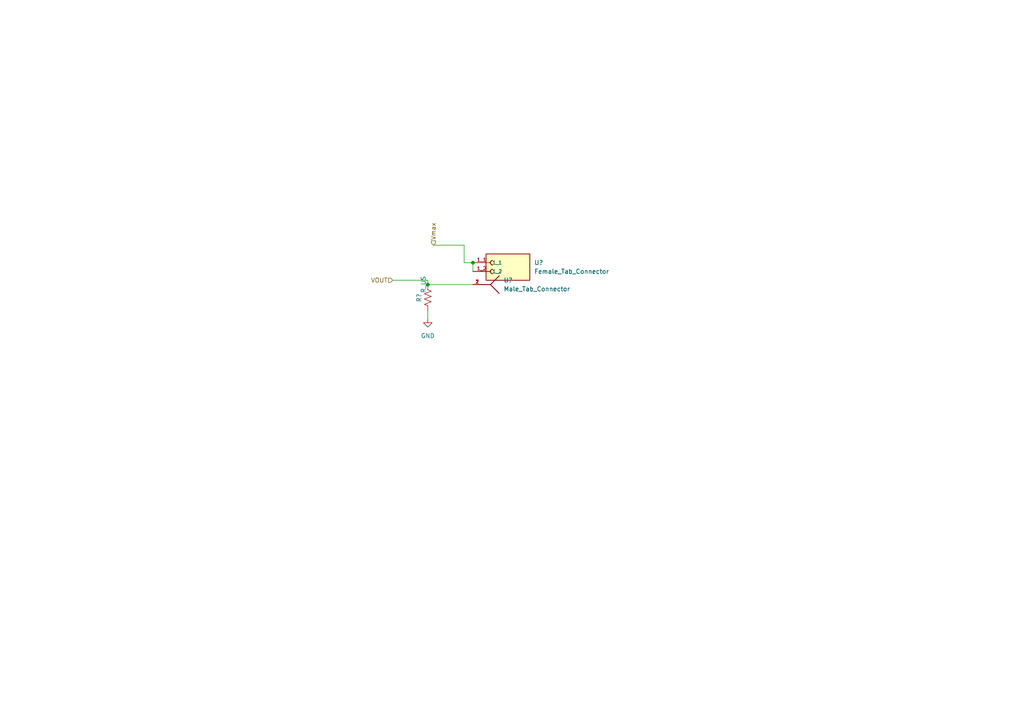
<source format=kicad_sch>
(kicad_sch
	(version 20250114)
	(generator "eeschema")
	(generator_version "9.0")
	(uuid "fdde524f-6ee1-4908-839a-fb6bfecdb38e")
	(paper "A4")
	(lib_symbols
		(symbol "Device:R_US"
			(pin_numbers
				(hide yes)
			)
			(pin_names
				(offset 0)
			)
			(exclude_from_sim no)
			(in_bom yes)
			(on_board yes)
			(property "Reference" "R"
				(at 2.54 0 90)
				(effects
					(font
						(size 1.27 1.27)
					)
				)
			)
			(property "Value" "R_US"
				(at -2.54 0 90)
				(effects
					(font
						(size 1.27 1.27)
					)
				)
			)
			(property "Footprint" ""
				(at 1.016 -0.254 90)
				(effects
					(font
						(size 1.27 1.27)
					)
					(hide yes)
				)
			)
			(property "Datasheet" "~"
				(at 0 0 0)
				(effects
					(font
						(size 1.27 1.27)
					)
					(hide yes)
				)
			)
			(property "Description" "Resistor, US symbol"
				(at 0 0 0)
				(effects
					(font
						(size 1.27 1.27)
					)
					(hide yes)
				)
			)
			(property "ki_keywords" "R res resistor"
				(at 0 0 0)
				(effects
					(font
						(size 1.27 1.27)
					)
					(hide yes)
				)
			)
			(property "ki_fp_filters" "R_*"
				(at 0 0 0)
				(effects
					(font
						(size 1.27 1.27)
					)
					(hide yes)
				)
			)
			(symbol "R_US_0_1"
				(polyline
					(pts
						(xy 0 2.286) (xy 0 2.54)
					)
					(stroke
						(width 0)
						(type default)
					)
					(fill
						(type none)
					)
				)
				(polyline
					(pts
						(xy 0 2.286) (xy 1.016 1.905) (xy 0 1.524) (xy -1.016 1.143) (xy 0 0.762)
					)
					(stroke
						(width 0)
						(type default)
					)
					(fill
						(type none)
					)
				)
				(polyline
					(pts
						(xy 0 0.762) (xy 1.016 0.381) (xy 0 0) (xy -1.016 -0.381) (xy 0 -0.762)
					)
					(stroke
						(width 0)
						(type default)
					)
					(fill
						(type none)
					)
				)
				(polyline
					(pts
						(xy 0 -0.762) (xy 1.016 -1.143) (xy 0 -1.524) (xy -1.016 -1.905) (xy 0 -2.286)
					)
					(stroke
						(width 0)
						(type default)
					)
					(fill
						(type none)
					)
				)
				(polyline
					(pts
						(xy 0 -2.286) (xy 0 -2.54)
					)
					(stroke
						(width 0)
						(type default)
					)
					(fill
						(type none)
					)
				)
			)
			(symbol "R_US_1_1"
				(pin passive line
					(at 0 3.81 270)
					(length 1.27)
					(name "~"
						(effects
							(font
								(size 1.27 1.27)
							)
						)
					)
					(number "1"
						(effects
							(font
								(size 1.27 1.27)
							)
						)
					)
				)
				(pin passive line
					(at 0 -3.81 90)
					(length 1.27)
					(name "~"
						(effects
							(font
								(size 1.27 1.27)
							)
						)
					)
					(number "2"
						(effects
							(font
								(size 1.27 1.27)
							)
						)
					)
				)
			)
			(embedded_fonts no)
		)
		(symbol "Launchbox:Female_Tab_Connector"
			(exclude_from_sim no)
			(in_bom yes)
			(on_board yes)
			(property "Reference" "U"
				(at 0 0 0)
				(effects
					(font
						(size 1.27 1.27)
					)
				)
			)
			(property "Value" "Female_Tab_Connector"
				(at 0 0 0)
				(effects
					(font
						(size 1.27 1.27)
					)
				)
			)
			(property "Footprint" ""
				(at 0 0 0)
				(effects
					(font
						(size 1.27 1.27)
					)
					(hide yes)
				)
			)
			(property "Datasheet" ""
				(at 0 0 0)
				(effects
					(font
						(size 1.27 1.27)
					)
					(hide yes)
				)
			)
			(property "Description" ""
				(at 0 0 0)
				(effects
					(font
						(size 1.27 1.27)
					)
					(hide yes)
				)
			)
			(symbol "Female_Tab_Connector_0_0"
				(rectangle
					(start -1.27 -10.16)
					(end 11.43 -2.54)
					(stroke
						(width 0.254)
						(type default)
					)
					(fill
						(type background)
					)
				)
				(arc
					(start 0.635 -5.715)
					(mid 0.0027 -5.08)
					(end 0.635 -4.445)
					(stroke
						(width 0.254)
						(type default)
					)
					(fill
						(type none)
					)
				)
				(arc
					(start 0.635 -8.255)
					(mid 0.0027 -7.62)
					(end 0.635 -6.985)
					(stroke
						(width 0.254)
						(type default)
					)
					(fill
						(type none)
					)
				)
				(pin passive line
					(at -5.08 -5.08 0)
					(length 5.08)
					(name "1_1"
						(effects
							(font
								(size 1.016 1.016)
							)
						)
					)
					(number "1_1"
						(effects
							(font
								(size 1.016 1.016)
							)
						)
					)
				)
				(pin passive line
					(at -5.08 -7.62 0)
					(length 5.08)
					(name "1_2"
						(effects
							(font
								(size 1.016 1.016)
							)
						)
					)
					(number "1_2"
						(effects
							(font
								(size 1.016 1.016)
							)
						)
					)
				)
			)
			(embedded_fonts no)
		)
		(symbol "Launchbox:Male_Tab_Connector"
			(exclude_from_sim no)
			(in_bom yes)
			(on_board yes)
			(property "Reference" "U"
				(at 0 0 0)
				(effects
					(font
						(size 1.27 1.27)
					)
				)
			)
			(property "Value" "Male_Tab_Connector"
				(at 0 0 0)
				(effects
					(font
						(size 1.27 1.27)
					)
				)
			)
			(property "Footprint" ""
				(at 0 0 0)
				(effects
					(font
						(size 1.27 1.27)
					)
					(hide yes)
				)
			)
			(property "Datasheet" ""
				(at 0 0 0)
				(effects
					(font
						(size 1.27 1.27)
					)
					(hide yes)
				)
			)
			(property "Description" ""
				(at 0 0 0)
				(effects
					(font
						(size 1.27 1.27)
					)
					(hide yes)
				)
			)
			(symbol "Male_Tab_Connector_0_0"
				(polyline
					(pts
						(xy -1.27 -2.54) (xy -3.81 0)
					)
					(stroke
						(width 0.254)
						(type default)
					)
					(fill
						(type none)
					)
				)
				(polyline
					(pts
						(xy -1.27 -2.54) (xy -3.81 -5.08)
					)
					(stroke
						(width 0.254)
						(type default)
					)
					(fill
						(type none)
					)
				)
				(polyline
					(pts
						(xy 1.27 -2.54) (xy -1.27 -2.54)
					)
					(stroke
						(width 0.254)
						(type default)
					)
					(fill
						(type none)
					)
				)
				(pin passive line
					(at 3.81 -2.54 180)
					(length 2.54)
					(name "~"
						(effects
							(font
								(size 1.016 1.016)
							)
						)
					)
					(number "1"
						(effects
							(font
								(size 1.016 1.016)
							)
						)
					)
				)
				(pin passive line
					(at 3.81 -2.54 180)
					(length 2.54)
					(name "~"
						(effects
							(font
								(size 1.016 1.016)
							)
						)
					)
					(number "2"
						(effects
							(font
								(size 1.016 1.016)
							)
						)
					)
				)
			)
			(embedded_fonts no)
		)
		(symbol "power:GND"
			(power)
			(pin_names
				(offset 0)
			)
			(exclude_from_sim no)
			(in_bom yes)
			(on_board yes)
			(property "Reference" "#PWR"
				(at 0 -6.35 0)
				(effects
					(font
						(size 1.27 1.27)
					)
					(hide yes)
				)
			)
			(property "Value" "GND"
				(at 0 -3.81 0)
				(effects
					(font
						(size 1.27 1.27)
					)
				)
			)
			(property "Footprint" ""
				(at 0 0 0)
				(effects
					(font
						(size 1.27 1.27)
					)
					(hide yes)
				)
			)
			(property "Datasheet" ""
				(at 0 0 0)
				(effects
					(font
						(size 1.27 1.27)
					)
					(hide yes)
				)
			)
			(property "Description" "Power symbol creates a global label with name \"GND\" , ground"
				(at 0 0 0)
				(effects
					(font
						(size 1.27 1.27)
					)
					(hide yes)
				)
			)
			(property "ki_keywords" "power-flag"
				(at 0 0 0)
				(effects
					(font
						(size 1.27 1.27)
					)
					(hide yes)
				)
			)
			(symbol "GND_0_1"
				(polyline
					(pts
						(xy 0 0) (xy 0 -1.27) (xy 1.27 -1.27) (xy 0 -2.54) (xy -1.27 -1.27) (xy 0 -1.27)
					)
					(stroke
						(width 0)
						(type default)
					)
					(fill
						(type none)
					)
				)
			)
			(symbol "GND_1_1"
				(pin power_in line
					(at 0 0 270)
					(length 0)
					(hide yes)
					(name "GND"
						(effects
							(font
								(size 1.27 1.27)
							)
						)
					)
					(number "1"
						(effects
							(font
								(size 1.27 1.27)
							)
						)
					)
				)
			)
			(embedded_fonts no)
		)
	)
	(junction
		(at 124.079 82.55)
		(diameter 0)
		(color 0 0 0 0)
		(uuid "92f054b5-11db-4795-874c-ee7d51eef838")
	)
	(junction
		(at 137.16 76.2)
		(diameter 0)
		(color 0 0 0 0)
		(uuid "f38e8d0a-12b3-48eb-95f3-f1f8a4325ff9")
	)
	(wire
		(pts
			(xy 124.079 82.55) (xy 137.16 82.55)
		)
		(stroke
			(width 0)
			(type default)
		)
		(uuid "57db95f6-ac2d-44cf-a7f0-178e0f4e4971")
	)
	(wire
		(pts
			(xy 113.919 81.28) (xy 124.079 81.28)
		)
		(stroke
			(width 0)
			(type default)
		)
		(uuid "5a5e12c1-9b8e-4895-b251-403c1eb19c78")
	)
	(wire
		(pts
			(xy 125.73 71.12) (xy 134.62 71.12)
		)
		(stroke
			(width 0)
			(type default)
		)
		(uuid "744ebebf-56f4-477b-86a6-457c3f5a23ee")
	)
	(wire
		(pts
			(xy 124.079 81.28) (xy 124.079 82.55)
		)
		(stroke
			(width 0)
			(type default)
		)
		(uuid "7841c6eb-9197-4ca9-91ad-424441012d7b")
	)
	(wire
		(pts
			(xy 134.62 76.2) (xy 137.16 76.2)
		)
		(stroke
			(width 0)
			(type default)
		)
		(uuid "a4eceb1a-04a1-4b07-96c5-822fb51444b9")
	)
	(wire
		(pts
			(xy 134.62 71.12) (xy 134.62 76.2)
		)
		(stroke
			(width 0)
			(type default)
		)
		(uuid "de759948-161e-4bbe-93f4-670a576de500")
	)
	(wire
		(pts
			(xy 124.079 90.17) (xy 124.079 92.329)
		)
		(stroke
			(width 0)
			(type default)
		)
		(uuid "e41ff8fa-c2f3-4364-8fd7-8cd84d349e56")
	)
	(wire
		(pts
			(xy 137.16 76.2) (xy 137.16 78.74)
		)
		(stroke
			(width 0)
			(type default)
		)
		(uuid "fb3a9960-6f69-45f4-9a7d-c1fcdaa3a38f")
	)
	(hierarchical_label "VOUT"
		(shape input)
		(at 113.919 81.28 180)
		(effects
			(font
				(size 1.27 1.27)
			)
			(justify right)
		)
		(uuid "c0cec5d0-e16e-4429-a9c9-c2547710fe88")
	)
	(hierarchical_label "Vmax"
		(shape input)
		(at 125.73 71.12 90)
		(effects
			(font
				(size 1.27 1.27)
			)
			(justify left)
		)
		(uuid "d3708d75-26ce-4fda-98a1-ab8b18794e63")
	)
	(symbol
		(lib_id "power:GND")
		(at 124.079 92.329 0)
		(unit 1)
		(exclude_from_sim no)
		(in_bom yes)
		(on_board yes)
		(dnp no)
		(fields_autoplaced yes)
		(uuid "8bdea5f6-7a53-427a-92b8-fd15994c2e8c")
		(property "Reference" "#PWR0121"
			(at 124.079 98.679 0)
			(effects
				(font
					(size 1.27 1.27)
				)
				(hide yes)
			)
		)
		(property "Value" "GND"
			(at 124.079 97.409 0)
			(effects
				(font
					(size 1.27 1.27)
				)
			)
		)
		(property "Footprint" ""
			(at 124.079 92.329 0)
			(effects
				(font
					(size 1.27 1.27)
				)
				(hide yes)
			)
		)
		(property "Datasheet" ""
			(at 124.079 92.329 0)
			(effects
				(font
					(size 1.27 1.27)
				)
				(hide yes)
			)
		)
		(property "Description" ""
			(at 124.079 92.329 0)
			(effects
				(font
					(size 1.27 1.27)
				)
				(hide yes)
			)
		)
		(pin "1"
			(uuid "3c9169cc-3a77-4ae0-8afc-cbfc472a28c5")
		)
		(instances
			(project "sensorpcb"
				(path "/e63e39d7-6ac0-4ffd-8aa3-1841a4541b55/3861aa3e-c725-4b31-adb7-37891f22ccdf"
					(reference "#PWR0126")
					(unit 1)
				)
				(path "/e63e39d7-6ac0-4ffd-8aa3-1841a4541b55/41809abc-6d7a-4c92-abde-c032d6e957eb"
					(reference "#PWR0121")
					(unit 1)
				)
				(path "/e63e39d7-6ac0-4ffd-8aa3-1841a4541b55/851bef22-e22d-4b87-8c4b-c7ab4e8f6f86"
					(reference "#PWR0123")
					(unit 1)
				)
				(path "/e63e39d7-6ac0-4ffd-8aa3-1841a4541b55/b9895349-50b8-4f5a-9038-e8a8030ad764"
					(reference "#PWR0122")
					(unit 1)
				)
				(path "/e63e39d7-6ac0-4ffd-8aa3-1841a4541b55/e15e0576-f0b7-43a1-9616-23f68991e336"
					(reference "#PWR0125")
					(unit 1)
				)
				(path "/e63e39d7-6ac0-4ffd-8aa3-1841a4541b55/f90f1b41-a2a1-4893-9d20-259bcd5e602e"
					(reference "#PWR0124")
					(unit 1)
				)
			)
			(project "pt-subasm"
				(path "/fdde524f-6ee1-4908-839a-fb6bfecdb38e"
					(reference "#PWR?")
					(unit 1)
				)
			)
		)
	)
	(symbol
		(lib_id "Device:R_US")
		(at 124.079 86.36 180)
		(unit 1)
		(exclude_from_sim no)
		(in_bom yes)
		(on_board yes)
		(dnp no)
		(uuid "c7d0284b-26f3-46a0-a20a-63616420e27a")
		(property "Reference" "R1"
			(at 121.539 85.09 90)
			(effects
				(font
					(size 1.27 1.27)
				)
				(justify left)
			)
		)
		(property "Value" "R_US"
			(at 122.809 80.01 90)
			(effects
				(font
					(size 1.27 1.27)
				)
				(justify left)
			)
		)
		(property "Footprint" "Resistor_THT:R_Axial_DIN0309_L9.0mm_D3.2mm_P12.70mm_Horizontal"
			(at 123.063 86.106 90)
			(effects
				(font
					(size 1.27 1.27)
				)
				(hide yes)
			)
		)
		(property "Datasheet" "~"
			(at 124.079 86.36 0)
			(effects
				(font
					(size 1.27 1.27)
				)
				(hide yes)
			)
		)
		(property "Description" ""
			(at 124.079 86.36 0)
			(effects
				(font
					(size 1.27 1.27)
				)
				(hide yes)
			)
		)
		(property "LCSC" "C70775"
			(at 124.079 86.36 90)
			(effects
				(font
					(size 1.27 1.27)
				)
				(hide yes)
			)
		)
		(pin "1"
			(uuid "0914afec-b28e-4607-a61c-87317a658cd3")
		)
		(pin "2"
			(uuid "7764b1a7-b9be-4d0c-ae2b-ec64c2b9ca7c")
		)
		(instances
			(project "sensorpcb"
				(path "/e63e39d7-6ac0-4ffd-8aa3-1841a4541b55/3861aa3e-c725-4b31-adb7-37891f22ccdf"
					(reference "R7")
					(unit 1)
				)
				(path "/e63e39d7-6ac0-4ffd-8aa3-1841a4541b55/41809abc-6d7a-4c92-abde-c032d6e957eb"
					(reference "R1")
					(unit 1)
				)
				(path "/e63e39d7-6ac0-4ffd-8aa3-1841a4541b55/851bef22-e22d-4b87-8c4b-c7ab4e8f6f86"
					(reference "R4")
					(unit 1)
				)
				(path "/e63e39d7-6ac0-4ffd-8aa3-1841a4541b55/b9895349-50b8-4f5a-9038-e8a8030ad764"
					(reference "R2")
					(unit 1)
				)
				(path "/e63e39d7-6ac0-4ffd-8aa3-1841a4541b55/e15e0576-f0b7-43a1-9616-23f68991e336"
					(reference "R6")
					(unit 1)
				)
				(path "/e63e39d7-6ac0-4ffd-8aa3-1841a4541b55/f90f1b41-a2a1-4893-9d20-259bcd5e602e"
					(reference "R5")
					(unit 1)
				)
			)
			(project "pt-subasm"
				(path "/fdde524f-6ee1-4908-839a-fb6bfecdb38e"
					(reference "R?")
					(unit 1)
				)
			)
		)
	)
	(symbol
		(lib_id "Launchbox:Female_Tab_Connector")
		(at 142.24 71.12 0)
		(unit 1)
		(exclude_from_sim no)
		(in_bom yes)
		(on_board yes)
		(dnp no)
		(fields_autoplaced yes)
		(uuid "ee736826-134a-4faa-b66e-c38a59327735")
		(property "Reference" "U5"
			(at 154.94 76.1999 0)
			(effects
				(font
					(size 1.27 1.27)
				)
				(justify left)
			)
		)
		(property "Value" "Female_Tab_Connector"
			(at 154.94 78.7399 0)
			(effects
				(font
					(size 1.27 1.27)
				)
				(justify left)
			)
		)
		(property "Footprint" "Launchbox:Disconnect_Connector"
			(at 142.24 71.12 0)
			(effects
				(font
					(size 1.27 1.27)
				)
				(hide yes)
			)
		)
		(property "Datasheet" ""
			(at 142.24 71.12 0)
			(effects
				(font
					(size 1.27 1.27)
				)
				(hide yes)
			)
		)
		(property "Description" ""
			(at 142.24 71.12 0)
			(effects
				(font
					(size 1.27 1.27)
				)
				(hide yes)
			)
		)
		(property "LCSC" "C2961150"
			(at 142.24 71.12 0)
			(effects
				(font
					(size 1.27 1.27)
				)
				(hide yes)
			)
		)
		(pin "1_1"
			(uuid "8ccb6311-9424-4409-bb5d-b0886e6afc56")
		)
		(pin "1_2"
			(uuid "650b592b-cd89-470c-a386-19f9d495d06e")
		)
		(instances
			(project "sensorpcb"
				(path "/e63e39d7-6ac0-4ffd-8aa3-1841a4541b55/3861aa3e-c725-4b31-adb7-37891f22ccdf"
					(reference "U21")
					(unit 1)
				)
				(path "/e63e39d7-6ac0-4ffd-8aa3-1841a4541b55/41809abc-6d7a-4c92-abde-c032d6e957eb"
					(reference "U5")
					(unit 1)
				)
				(path "/e63e39d7-6ac0-4ffd-8aa3-1841a4541b55/851bef22-e22d-4b87-8c4b-c7ab4e8f6f86"
					(reference "U15")
					(unit 1)
				)
				(path "/e63e39d7-6ac0-4ffd-8aa3-1841a4541b55/b9895349-50b8-4f5a-9038-e8a8030ad764"
					(reference "U13")
					(unit 1)
				)
				(path "/e63e39d7-6ac0-4ffd-8aa3-1841a4541b55/e15e0576-f0b7-43a1-9616-23f68991e336"
					(reference "U19")
					(unit 1)
				)
				(path "/e63e39d7-6ac0-4ffd-8aa3-1841a4541b55/f90f1b41-a2a1-4893-9d20-259bcd5e602e"
					(reference "U17")
					(unit 1)
				)
			)
			(project "pt-subasm"
				(path "/fdde524f-6ee1-4908-839a-fb6bfecdb38e"
					(reference "U?")
					(unit 1)
				)
			)
		)
	)
	(symbol
		(lib_id "Launchbox:Male_Tab_Connector")
		(at 140.97 85.09 180)
		(unit 1)
		(exclude_from_sim no)
		(in_bom yes)
		(on_board yes)
		(dnp no)
		(fields_autoplaced yes)
		(uuid "f7d591cc-3330-401b-9ca8-38a6eb133b2d")
		(property "Reference" "U4"
			(at 146.05 81.2799 0)
			(effects
				(font
					(size 1.27 1.27)
				)
				(justify right)
			)
		)
		(property "Value" "Male_Tab_Connector"
			(at 146.05 83.8199 0)
			(effects
				(font
					(size 1.27 1.27)
				)
				(justify right)
			)
		)
		(property "Footprint" "Launchbox:Disconnect_Connector"
			(at 140.97 85.09 0)
			(effects
				(font
					(size 1.27 1.27)
				)
				(hide yes)
			)
		)
		(property "Datasheet" ""
			(at 140.97 85.09 0)
			(effects
				(font
					(size 1.27 1.27)
				)
				(hide yes)
			)
		)
		(property "Description" ""
			(at 140.97 85.09 0)
			(effects
				(font
					(size 1.27 1.27)
				)
				(hide yes)
			)
		)
		(property "LCSC" "C575074"
			(at 140.97 85.09 0)
			(effects
				(font
					(size 1.27 1.27)
				)
				(hide yes)
			)
		)
		(pin "1"
			(uuid "fa84c01b-6230-47e8-a7b3-9cde7b8ac3cb")
		)
		(pin "2"
			(uuid "dc36aa1b-7007-40ad-b12e-1f80c5685a04")
		)
		(instances
			(project "sensorpcb"
				(path "/e63e39d7-6ac0-4ffd-8aa3-1841a4541b55/3861aa3e-c725-4b31-adb7-37891f22ccdf"
					(reference "U20")
					(unit 1)
				)
				(path "/e63e39d7-6ac0-4ffd-8aa3-1841a4541b55/41809abc-6d7a-4c92-abde-c032d6e957eb"
					(reference "U4")
					(unit 1)
				)
				(path "/e63e39d7-6ac0-4ffd-8aa3-1841a4541b55/851bef22-e22d-4b87-8c4b-c7ab4e8f6f86"
					(reference "U14")
					(unit 1)
				)
				(path "/e63e39d7-6ac0-4ffd-8aa3-1841a4541b55/b9895349-50b8-4f5a-9038-e8a8030ad764"
					(reference "U12")
					(unit 1)
				)
				(path "/e63e39d7-6ac0-4ffd-8aa3-1841a4541b55/e15e0576-f0b7-43a1-9616-23f68991e336"
					(reference "U18")
					(unit 1)
				)
				(path "/e63e39d7-6ac0-4ffd-8aa3-1841a4541b55/f90f1b41-a2a1-4893-9d20-259bcd5e602e"
					(reference "U16")
					(unit 1)
				)
			)
			(project "pt-subasm"
				(path "/fdde524f-6ee1-4908-839a-fb6bfecdb38e"
					(reference "U?")
					(unit 1)
				)
			)
		)
	)
)

</source>
